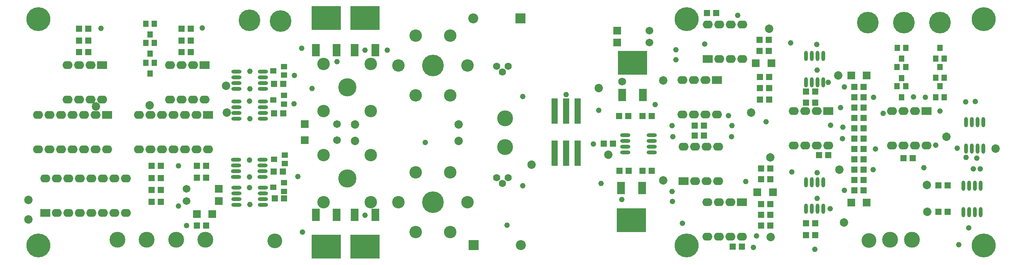
<source format=gts>
G04 Layer_Color=8388736*
%FSLAX25Y25*%
%MOIN*%
G70*
G01*
G75*
%ADD47C,0.10800*%
%ADD54C,0.13800*%
%ADD56C,0.06800*%
%ADD77R,0.05800X0.21863*%
%ADD78R,0.06706X0.10642*%
%ADD79R,0.25800X0.20800*%
%ADD80O,0.08800X0.03200*%
%ADD81R,0.06800X0.06800*%
%ADD82R,0.05800X0.05800*%
%ADD83R,0.04600X0.05300*%
%ADD84O,0.03200X0.08800*%
%ADD85R,0.05300X0.04600*%
%ADD86C,0.12800*%
%ADD87C,0.15800*%
%ADD88C,0.18800*%
%ADD89C,0.08674*%
%ADD90R,0.08674X0.08674*%
%ADD91C,0.06312*%
%ADD92C,0.06706*%
%ADD93R,0.06706X0.06706*%
%ADD94C,0.07300*%
%ADD95O,0.08800X0.06800*%
%ADD96R,0.08800X0.06800*%
%ADD97C,0.20800*%
%ADD98C,0.04800*%
%ADD99C,0.04804*%
D47*
X270248Y173650D02*
D03*
X311248D02*
D03*
Y132650D02*
D03*
X270248D02*
D03*
X380256Y198225D02*
D03*
X395256Y172244D02*
D03*
X380256Y146263D02*
D03*
X350256D02*
D03*
X335256Y172244D02*
D03*
X350256Y198225D02*
D03*
X380256Y79327D02*
D03*
X395256Y53347D02*
D03*
X380256Y27365D02*
D03*
X350256D02*
D03*
X335256Y53347D02*
D03*
X350256Y79327D02*
D03*
X311248Y94417D02*
D03*
X270248D02*
D03*
Y53417D02*
D03*
X311248D02*
D03*
D54*
X167583Y20570D02*
D03*
X781201D02*
D03*
X427913Y101165D02*
D03*
Y126295D02*
D03*
X91062Y20570D02*
D03*
X116569Y20570D02*
D03*
X142076D02*
D03*
X762059Y20570D02*
D03*
D56*
X529429Y158366D02*
D03*
D77*
X470807Y96136D02*
D03*
X480807D02*
D03*
X490807D02*
D03*
X470807Y132776D02*
D03*
X480807D02*
D03*
X490807D02*
D03*
D78*
X281447Y42296D02*
D03*
X263337D02*
D03*
X281447Y185757D02*
D03*
X263337D02*
D03*
X297146D02*
D03*
X315256D02*
D03*
X546661Y65545D02*
D03*
X528551D02*
D03*
X529338Y146771D02*
D03*
X547448D02*
D03*
X315256Y42296D02*
D03*
X297146D02*
D03*
D79*
X272392Y14546D02*
D03*
X272392Y213507D02*
D03*
X306201D02*
D03*
X537606Y37795D02*
D03*
X538393Y174521D02*
D03*
X306201Y14546D02*
D03*
D80*
X217488Y140847D02*
D03*
Y135846D02*
D03*
Y130847D02*
D03*
X194488D02*
D03*
Y135846D02*
D03*
Y140847D02*
D03*
Y125847D02*
D03*
X217488D02*
D03*
Y166929D02*
D03*
Y161929D02*
D03*
Y156929D02*
D03*
X194488D02*
D03*
Y161929D02*
D03*
Y166929D02*
D03*
X217291Y90453D02*
D03*
Y85453D02*
D03*
Y80453D02*
D03*
X194291D02*
D03*
Y85453D02*
D03*
Y90453D02*
D03*
X217390Y66043D02*
D03*
Y61043D02*
D03*
Y56043D02*
D03*
X194390D02*
D03*
Y61043D02*
D03*
Y66043D02*
D03*
X194488Y151929D02*
D03*
X217488D02*
D03*
X194291Y75453D02*
D03*
X217291D02*
D03*
X194390Y51043D02*
D03*
X217390D02*
D03*
X532283Y111811D02*
D03*
Y106811D02*
D03*
Y101811D02*
D03*
Y96811D02*
D03*
X555283D02*
D03*
Y101811D02*
D03*
Y106811D02*
D03*
Y111811D02*
D03*
D81*
X160138Y43110D02*
D03*
X173638D02*
D03*
X728346Y163762D02*
D03*
X741846D02*
D03*
X660335Y61910D02*
D03*
X646835D02*
D03*
X659055Y174213D02*
D03*
X645555D02*
D03*
X741846Y53034D02*
D03*
X728346D02*
D03*
D82*
X120839Y53543D02*
D03*
X128839D02*
D03*
X120839Y63976D02*
D03*
X128839D02*
D03*
Y84842D02*
D03*
Y74410D02*
D03*
X120839D02*
D03*
X168138Y33071D02*
D03*
Y84842D02*
D03*
X160138D02*
D03*
X168138Y74508D02*
D03*
X781874Y91813D02*
D03*
X773874D02*
D03*
X731004Y99628D02*
D03*
X739004D02*
D03*
X650197Y73425D02*
D03*
X658197D02*
D03*
X648917Y194587D02*
D03*
X656917D02*
D03*
X658197Y42421D02*
D03*
X650197D02*
D03*
X657016Y142520D02*
D03*
X649016D02*
D03*
X708637Y94193D02*
D03*
X700637D02*
D03*
X146823Y204429D02*
D03*
X57953D02*
D03*
X804106Y68074D02*
D03*
X812106D02*
D03*
X804106Y44865D02*
D03*
X812106D02*
D03*
X527236Y80512D02*
D03*
X535236D02*
D03*
X547283D02*
D03*
X555283D02*
D03*
Y128347D02*
D03*
X547283D02*
D03*
X521457Y104232D02*
D03*
X739004Y63565D02*
D03*
Y153723D02*
D03*
X697173Y35039D02*
D03*
X689173D02*
D03*
X697173Y149508D02*
D03*
X689173D02*
D03*
X697173Y24803D02*
D03*
X689173D02*
D03*
X650197Y82677D02*
D03*
X658197D02*
D03*
X648917Y184843D02*
D03*
X656917D02*
D03*
X650197Y51772D02*
D03*
X658197D02*
D03*
X649016Y162402D02*
D03*
X657016D02*
D03*
Y152756D02*
D03*
X649016D02*
D03*
X658197Y32972D02*
D03*
X650197D02*
D03*
X154800Y183858D02*
D03*
X146800D02*
D03*
X146850Y193898D02*
D03*
X57953D02*
D03*
X65953Y183858D02*
D03*
X57953D02*
D03*
X611122Y218089D02*
D03*
X603122D02*
D03*
X592520Y120079D02*
D03*
X600520D02*
D03*
Y111417D02*
D03*
X592520D02*
D03*
X625406Y14567D02*
D03*
X633406D02*
D03*
X689173Y139862D02*
D03*
X697173D02*
D03*
X739004Y90613D02*
D03*
X731004D02*
D03*
Y81597D02*
D03*
X739004D02*
D03*
Y108644D02*
D03*
X731004Y153723D02*
D03*
Y63565D02*
D03*
Y135691D02*
D03*
X739004D02*
D03*
X731004Y72581D02*
D03*
X739004D02*
D03*
X731004Y144707D02*
D03*
X227756Y56595D02*
D03*
X235756D02*
D03*
X227236Y156398D02*
D03*
X235236D02*
D03*
X226842Y80118D02*
D03*
X234842D02*
D03*
X227138Y130807D02*
D03*
X235138D02*
D03*
X526772Y128347D02*
D03*
X534772D02*
D03*
X154823Y204429D02*
D03*
X65953D02*
D03*
X154850Y193898D02*
D03*
X160138Y33071D02*
D03*
Y74508D02*
D03*
X65953Y193898D02*
D03*
X120839Y84842D02*
D03*
X513457Y104232D02*
D03*
X731004Y108644D02*
D03*
X739004Y144707D02*
D03*
Y117660D02*
D03*
X731004D02*
D03*
X739004Y126675D02*
D03*
X731004D02*
D03*
D83*
X805355Y170916D02*
D03*
X809055Y161516D02*
D03*
X801655D02*
D03*
X775707Y154183D02*
D03*
X772007Y161467D02*
D03*
X805355Y154183D02*
D03*
X801655Y178248D02*
D03*
X772007Y144783D02*
D03*
X801655D02*
D03*
X805355Y187648D02*
D03*
X768307Y170867D02*
D03*
X775707D02*
D03*
X772106Y178150D02*
D03*
X768405Y187550D02*
D03*
X775806D02*
D03*
X809055Y178248D02*
D03*
X768307Y154183D02*
D03*
X809055Y144783D02*
D03*
X119405Y165157D02*
D03*
X115706Y174557D02*
D03*
X123106D02*
D03*
X119405Y182578D02*
D03*
X115706Y191978D02*
D03*
X123106D02*
D03*
X119405Y199360D02*
D03*
X115706Y208760D02*
D03*
X123106D02*
D03*
D84*
X840840Y44778D02*
D03*
X835840D02*
D03*
X830840D02*
D03*
X825840D02*
D03*
Y67778D02*
D03*
X830840D02*
D03*
X835840D02*
D03*
X840840D02*
D03*
X704293Y47662D02*
D03*
X699293D02*
D03*
X694293D02*
D03*
X689293D02*
D03*
Y70662D02*
D03*
X694293D02*
D03*
X699293D02*
D03*
X704293D02*
D03*
Y157807D02*
D03*
X699293D02*
D03*
X694293D02*
D03*
X689293D02*
D03*
Y180807D02*
D03*
X694293D02*
D03*
X699293D02*
D03*
X704293D02*
D03*
X843058Y123026D02*
D03*
X838058D02*
D03*
X833058D02*
D03*
X828058D02*
D03*
Y100026D02*
D03*
X833058D02*
D03*
X838058D02*
D03*
X843058D02*
D03*
D85*
X235925Y138761D02*
D03*
Y146161D02*
D03*
X226525Y142461D02*
D03*
X236417Y86891D02*
D03*
Y94291D02*
D03*
X227017Y90591D02*
D03*
X235728Y62777D02*
D03*
Y70177D02*
D03*
X226328Y66477D02*
D03*
X226525Y167560D02*
D03*
X235925Y171260D02*
D03*
Y163860D02*
D03*
D86*
X227756Y19685D02*
D03*
X743799Y20070D02*
D03*
D87*
X290748Y153150D02*
D03*
Y73917D02*
D03*
D88*
X365256Y172244D02*
D03*
X205807Y211516D02*
D03*
X774083Y209628D02*
D03*
X805448D02*
D03*
X232776Y211024D02*
D03*
X742717Y209628D02*
D03*
X365256Y53347D02*
D03*
D89*
X400000Y213287D02*
D03*
X441634Y15945D02*
D03*
D90*
X441181Y213287D02*
D03*
X400453Y15945D02*
D03*
D91*
X430354Y171496D02*
D03*
X425354Y166496D02*
D03*
X420354Y171496D02*
D03*
Y74646D02*
D03*
X425354Y69646D02*
D03*
X430354Y74646D02*
D03*
D92*
X553113Y192328D02*
D03*
X281695Y121280D02*
D03*
X553113Y202564D02*
D03*
X151083Y54331D02*
D03*
X151181Y64961D02*
D03*
X281695Y107190D02*
D03*
D93*
X525161Y192328D02*
D03*
X253743Y121280D02*
D03*
X179035Y54331D02*
D03*
X179134Y64961D02*
D03*
X525161Y202564D02*
D03*
X253743Y107190D02*
D03*
D94*
X297342Y106693D02*
D03*
X387343D02*
D03*
X565158Y159153D02*
D03*
X718012Y81595D02*
D03*
X794587Y44865D02*
D03*
X794291Y68290D02*
D03*
X853839Y100026D02*
D03*
X811024Y110219D02*
D03*
X119193Y137697D02*
D03*
X565256Y72244D02*
D03*
X658394Y23031D02*
D03*
X658169Y92323D02*
D03*
X450689Y85827D02*
D03*
X509154Y152728D02*
D03*
X657185Y204429D02*
D03*
X641535Y131201D02*
D03*
X13976Y55264D02*
D03*
X185396Y154528D02*
D03*
X186024Y131398D02*
D03*
X72539Y136516D02*
D03*
X517618Y94685D02*
D03*
X717224Y163779D02*
D03*
X13976Y38480D02*
D03*
X297342Y120980D02*
D03*
X387343D02*
D03*
X722047Y35630D02*
D03*
D95*
X28405Y73996D02*
D03*
X38405D02*
D03*
X48406D02*
D03*
X58406D02*
D03*
X68405D02*
D03*
X78405D02*
D03*
X98405D02*
D03*
Y43996D02*
D03*
X88406D02*
D03*
X78405D02*
D03*
X68405D02*
D03*
X58406D02*
D03*
X48406D02*
D03*
X38405D02*
D03*
X88406Y73996D02*
D03*
X169686Y99235D02*
D03*
X149686D02*
D03*
X139686D02*
D03*
X129686D02*
D03*
X119686D02*
D03*
X109686D02*
D03*
X119686Y129235D02*
D03*
X129686D02*
D03*
X139686D02*
D03*
X159686D02*
D03*
X109686D02*
D03*
X149686D02*
D03*
X159686Y99235D02*
D03*
X77953Y142736D02*
D03*
X67953D02*
D03*
X57953D02*
D03*
X47953D02*
D03*
Y172736D02*
D03*
X57953D02*
D03*
X67953D02*
D03*
X708637Y102695D02*
D03*
X698637D02*
D03*
X688637D02*
D03*
X678637D02*
D03*
Y132695D02*
D03*
X698637D02*
D03*
X623457Y53425D02*
D03*
X613457D02*
D03*
X603457D02*
D03*
Y23425D02*
D03*
X613457D02*
D03*
X623457D02*
D03*
X633457D02*
D03*
X611831Y129626D02*
D03*
X601831D02*
D03*
X591831D02*
D03*
X581831D02*
D03*
Y159626D02*
D03*
X591831D02*
D03*
X601831D02*
D03*
X592823Y71488D02*
D03*
X602823D02*
D03*
X612823D02*
D03*
Y101488D02*
D03*
X602823D02*
D03*
X592823D02*
D03*
X582823D02*
D03*
X603957Y207854D02*
D03*
X613957D02*
D03*
X623957D02*
D03*
X633957D02*
D03*
Y177854D02*
D03*
X623957D02*
D03*
X613957D02*
D03*
X156800Y172736D02*
D03*
X146800D02*
D03*
X136800D02*
D03*
Y142736D02*
D03*
X146800D02*
D03*
X156800D02*
D03*
X166800D02*
D03*
X688637Y132695D02*
D03*
X783677D02*
D03*
X793677Y102695D02*
D03*
X783677D02*
D03*
X773677D02*
D03*
X763677D02*
D03*
Y132695D02*
D03*
X773677D02*
D03*
X42285Y129235D02*
D03*
X52285D02*
D03*
X22285D02*
D03*
X82285Y99235D02*
D03*
X72285D02*
D03*
X62285D02*
D03*
X52285D02*
D03*
X42285D02*
D03*
X32285D02*
D03*
X22285D02*
D03*
X32285Y129235D02*
D03*
X62285D02*
D03*
X72285D02*
D03*
D96*
X28405Y43996D02*
D03*
X169686Y129235D02*
D03*
X77953Y172736D02*
D03*
X708637Y132695D02*
D03*
X633457Y53425D02*
D03*
X611831Y159626D02*
D03*
X582823Y71488D02*
D03*
X603957Y177854D02*
D03*
X166800Y172736D02*
D03*
X793677Y132695D02*
D03*
X82285Y129235D02*
D03*
D97*
X22638Y15748D02*
D03*
X585472Y212598D02*
D03*
Y15748D02*
D03*
X22638Y212598D02*
D03*
X843504Y15748D02*
D03*
Y212598D02*
D03*
D98*
X443307Y67815D02*
D03*
X509154Y133465D02*
D03*
X480807Y147146D02*
D03*
X511024Y69587D02*
D03*
X837598Y91522D02*
D03*
X828058Y92329D02*
D03*
X792717Y144783D02*
D03*
X747714Y144707D02*
D03*
X708630Y157807D02*
D03*
X722424Y153723D02*
D03*
X747443Y81597D02*
D03*
X722557Y63565D02*
D03*
X756004Y130610D02*
D03*
X696654Y12402D02*
D03*
X830610Y31102D02*
D03*
X834391Y82288D02*
D03*
X840453Y82185D02*
D03*
X820472Y100376D02*
D03*
X836220Y140945D02*
D03*
X827854Y140650D02*
D03*
X698721Y56595D02*
D03*
X654429Y123327D02*
D03*
X698917Y168405D02*
D03*
X710335Y120177D02*
D03*
X698721Y78937D02*
D03*
X646161Y23819D02*
D03*
X643504Y14075D02*
D03*
X581791Y34843D02*
D03*
X529035Y55512D02*
D03*
X576279Y185827D02*
D03*
X572933Y119980D02*
D03*
X573327Y110433D02*
D03*
X624508Y110335D02*
D03*
X558268Y138386D02*
D03*
X698425Y190551D02*
D03*
X76870Y204724D02*
D03*
X144193Y85138D02*
D03*
X151083Y32972D02*
D03*
X250984Y187402D02*
D03*
X244685Y163779D02*
D03*
X244587Y138878D02*
D03*
X247835Y75787D02*
D03*
X281791Y175492D02*
D03*
X306004Y185728D02*
D03*
X325492D02*
D03*
X251673Y27461D02*
D03*
X306004Y41929D02*
D03*
X164665Y204823D02*
D03*
X206004Y167224D02*
D03*
Y151929D02*
D03*
X205906Y141339D02*
D03*
X206004Y125984D02*
D03*
X205906Y90059D02*
D03*
Y75453D02*
D03*
X205890Y66043D02*
D03*
X206004Y51279D02*
D03*
X144193Y49902D02*
D03*
X358366Y105217D02*
D03*
X429331Y33169D02*
D03*
X443012Y145177D02*
D03*
X260236Y152362D02*
D03*
X576083Y177264D02*
D03*
X720965Y108563D02*
D03*
X721260Y118701D02*
D03*
X821949Y16437D02*
D03*
X601279Y190847D02*
D03*
X629921Y216142D02*
D03*
X572835Y62500D02*
D03*
X573032Y54035D02*
D03*
X801968Y103051D02*
D03*
X791634Y83465D02*
D03*
X749606Y99803D02*
D03*
X782480Y144882D02*
D03*
X805484Y132508D02*
D03*
X675801Y192028D02*
D03*
X624803Y119882D02*
D03*
X719095Y135531D02*
D03*
X710138Y47638D02*
D03*
X504528Y104035D02*
D03*
X621949Y128642D02*
D03*
X676673Y79528D02*
D03*
D99*
X636713Y71161D02*
D03*
M02*

</source>
